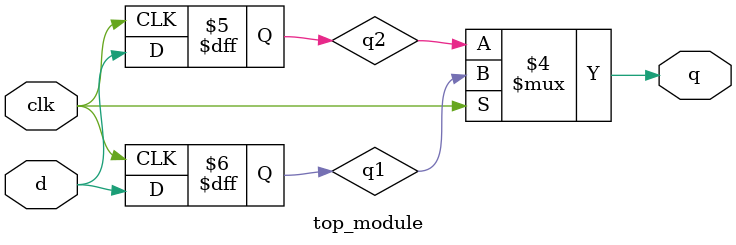
<source format=sv>
module top_module(
    input clk,
    input d,
    output reg q
);

reg q1, q2;

always @(posedge clk) begin
    q1 <= d;
end

always @(negedge clk) begin
    q2 <= d;
end

always @(*) begin
    q <= clk ? q1 : q2;
end

endmodule

</source>
